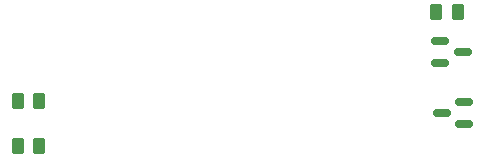
<source format=gtp>
%TF.GenerationSoftware,KiCad,Pcbnew,7.0.7*%
%TF.CreationDate,2023-10-31T07:57:55-06:00*%
%TF.ProjectId,RatGDO-OpenSource-D1Mini-ESP8266,52617447-444f-42d4-9f70-656e536f7572,rev?*%
%TF.SameCoordinates,Original*%
%TF.FileFunction,Paste,Top*%
%TF.FilePolarity,Positive*%
%FSLAX46Y46*%
G04 Gerber Fmt 4.6, Leading zero omitted, Abs format (unit mm)*
G04 Created by KiCad (PCBNEW 7.0.7) date 2023-10-31 07:57:55*
%MOMM*%
%LPD*%
G01*
G04 APERTURE LIST*
G04 Aperture macros list*
%AMRoundRect*
0 Rectangle with rounded corners*
0 $1 Rounding radius*
0 $2 $3 $4 $5 $6 $7 $8 $9 X,Y pos of 4 corners*
0 Add a 4 corners polygon primitive as box body*
4,1,4,$2,$3,$4,$5,$6,$7,$8,$9,$2,$3,0*
0 Add four circle primitives for the rounded corners*
1,1,$1+$1,$2,$3*
1,1,$1+$1,$4,$5*
1,1,$1+$1,$6,$7*
1,1,$1+$1,$8,$9*
0 Add four rect primitives between the rounded corners*
20,1,$1+$1,$2,$3,$4,$5,0*
20,1,$1+$1,$4,$5,$6,$7,0*
20,1,$1+$1,$6,$7,$8,$9,0*
20,1,$1+$1,$8,$9,$2,$3,0*%
G04 Aperture macros list end*
%ADD10RoundRect,0.250000X0.262500X0.450000X-0.262500X0.450000X-0.262500X-0.450000X0.262500X-0.450000X0*%
%ADD11RoundRect,0.150000X-0.587500X-0.150000X0.587500X-0.150000X0.587500X0.150000X-0.587500X0.150000X0*%
%ADD12RoundRect,0.150000X0.587500X0.150000X-0.587500X0.150000X-0.587500X-0.150000X0.587500X-0.150000X0*%
%ADD13RoundRect,0.250000X-0.262500X-0.450000X0.262500X-0.450000X0.262500X0.450000X-0.262500X0.450000X0*%
G04 APERTURE END LIST*
D10*
%TO.C,R3*%
X159551173Y-71215222D03*
X157726173Y-71215222D03*
%TD*%
D11*
%TO.C,Q2*%
X158071757Y-73632843D03*
X158071757Y-75532843D03*
X159946757Y-74582843D03*
%TD*%
D12*
%TO.C,Q1*%
X160096200Y-80709515D03*
X160096200Y-78809515D03*
X158221200Y-79759515D03*
%TD*%
D10*
%TO.C,R2*%
X124102500Y-78740000D03*
X122277500Y-78740000D03*
%TD*%
D13*
%TO.C,R1*%
X122277500Y-82550000D03*
X124102500Y-82550000D03*
%TD*%
M02*

</source>
